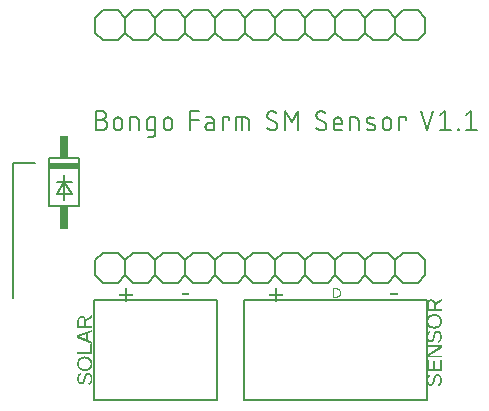
<source format=gbr>
G04 EAGLE Gerber RS-274X export*
G75*
%MOMM*%
%FSLAX34Y34*%
%LPD*%
%INSilkscreen Top*%
%IPPOS*%
%AMOC8*
5,1,8,0,0,1.08239X$1,22.5*%
G01*
G04 Define Apertures*
%ADD10C,0.152400*%
%ADD11R,2.540000X0.508000*%
%ADD12R,0.762000X1.905000*%
G36*
X90782Y83659D02*
X95984Y83659D01*
X95984Y85450D01*
X90782Y85450D01*
X90782Y90701D01*
X88978Y90701D01*
X88978Y85450D01*
X83777Y85450D01*
X83777Y83659D01*
X88978Y83659D01*
X88978Y78408D01*
X90782Y78408D01*
X90782Y83659D01*
G37*
G36*
X143140Y86395D02*
X137006Y86395D01*
X137006Y84432D01*
X143140Y84432D01*
X143140Y86395D01*
G37*
G36*
X217782Y83659D02*
X222984Y83659D01*
X222984Y85450D01*
X217782Y85450D01*
X217782Y90701D01*
X215978Y90701D01*
X215978Y85450D01*
X210777Y85450D01*
X210777Y83659D01*
X215978Y83659D01*
X215978Y78408D01*
X217782Y78408D01*
X217782Y83659D01*
G37*
G36*
X268333Y82558D02*
X268606Y82580D01*
X268871Y82619D01*
X269127Y82672D01*
X269375Y82740D01*
X269614Y82824D01*
X269845Y82923D01*
X270068Y83037D01*
X270280Y83166D01*
X270480Y83308D01*
X270667Y83463D01*
X270842Y83631D01*
X271005Y83814D01*
X271155Y84009D01*
X271292Y84218D01*
X271418Y84440D01*
X271529Y84674D01*
X271626Y84917D01*
X271708Y85170D01*
X271775Y85432D01*
X271827Y85704D01*
X271864Y85985D01*
X271886Y86276D01*
X271894Y86576D01*
X271877Y87027D01*
X271825Y87450D01*
X271740Y87847D01*
X271621Y88218D01*
X271468Y88562D01*
X271281Y88880D01*
X271060Y89171D01*
X270804Y89435D01*
X270518Y89671D01*
X270203Y89875D01*
X269859Y90048D01*
X269486Y90189D01*
X269085Y90299D01*
X268656Y90378D01*
X268197Y90425D01*
X267710Y90440D01*
X265101Y90440D01*
X265101Y82550D01*
X268052Y82550D01*
X268333Y82558D01*
G37*
%LPC*%
G36*
X266170Y83407D02*
X266170Y89584D01*
X267688Y89584D01*
X268058Y89572D01*
X268405Y89535D01*
X268729Y89475D01*
X269031Y89391D01*
X269311Y89283D01*
X269568Y89150D01*
X269803Y88994D01*
X270015Y88814D01*
X270203Y88610D01*
X270366Y88385D01*
X270504Y88138D01*
X270617Y87869D01*
X270705Y87579D01*
X270768Y87266D01*
X270806Y86932D01*
X270818Y86576D01*
X270796Y86105D01*
X270730Y85666D01*
X270620Y85260D01*
X270466Y84885D01*
X270270Y84548D01*
X270036Y84252D01*
X269765Y83999D01*
X269455Y83788D01*
X269113Y83621D01*
X268744Y83502D01*
X268350Y83431D01*
X267929Y83407D01*
X266170Y83407D01*
G37*
%LPD*%
G36*
X319670Y86395D02*
X313536Y86395D01*
X313536Y84432D01*
X319670Y84432D01*
X319670Y86395D01*
G37*
G36*
X351121Y56335D02*
X351585Y56369D01*
X352033Y56426D01*
X352466Y56506D01*
X352883Y56608D01*
X353286Y56733D01*
X353673Y56881D01*
X354045Y57051D01*
X354399Y57243D01*
X354732Y57455D01*
X355042Y57688D01*
X355332Y57941D01*
X355600Y58214D01*
X355846Y58508D01*
X356071Y58823D01*
X356274Y59157D01*
X356455Y59510D01*
X356612Y59880D01*
X356744Y60265D01*
X356853Y60667D01*
X356937Y61085D01*
X356997Y61520D01*
X357033Y61970D01*
X357045Y62437D01*
X357033Y62900D01*
X356996Y63348D01*
X356936Y63780D01*
X356850Y64196D01*
X356741Y64596D01*
X356607Y64981D01*
X356448Y65351D01*
X356266Y65704D01*
X356060Y66040D01*
X355834Y66356D01*
X355586Y66652D01*
X355318Y66927D01*
X355028Y67183D01*
X354717Y67418D01*
X354385Y67633D01*
X354032Y67828D01*
X353661Y68002D01*
X353275Y68152D01*
X352874Y68279D01*
X352458Y68383D01*
X352027Y68464D01*
X351580Y68522D01*
X351119Y68557D01*
X350643Y68568D01*
X350165Y68557D01*
X349703Y68523D01*
X349257Y68466D01*
X348827Y68386D01*
X348414Y68283D01*
X348017Y68157D01*
X347636Y68008D01*
X347271Y67837D01*
X346924Y67644D01*
X346599Y67431D01*
X346295Y67197D01*
X346013Y66943D01*
X345751Y66668D01*
X345511Y66373D01*
X345292Y66058D01*
X345094Y65722D01*
X344919Y65368D01*
X344767Y64999D01*
X344638Y64614D01*
X344533Y64213D01*
X344451Y63797D01*
X344392Y63365D01*
X344357Y62918D01*
X344345Y62455D01*
X344352Y62099D01*
X344371Y61752D01*
X344404Y61416D01*
X344450Y61089D01*
X344508Y60773D01*
X344580Y60466D01*
X344665Y60169D01*
X344762Y59882D01*
X344873Y59605D01*
X344997Y59338D01*
X345134Y59081D01*
X345284Y58834D01*
X345447Y58597D01*
X345623Y58369D01*
X346014Y57944D01*
X346451Y57565D01*
X346929Y57235D01*
X347183Y57090D01*
X347447Y56957D01*
X347721Y56837D01*
X348005Y56729D01*
X348300Y56634D01*
X348604Y56552D01*
X348919Y56482D01*
X349243Y56425D01*
X349578Y56381D01*
X349923Y56349D01*
X350278Y56330D01*
X350643Y56324D01*
X351121Y56335D01*
G37*
%LPC*%
G36*
X350074Y58041D02*
X349539Y58095D01*
X349035Y58186D01*
X348565Y58312D01*
X348127Y58475D01*
X347721Y58673D01*
X347348Y58908D01*
X347008Y59179D01*
X346704Y59483D01*
X346441Y59818D01*
X346218Y60182D01*
X346036Y60576D01*
X345894Y61001D01*
X345793Y61455D01*
X345732Y61940D01*
X345712Y62455D01*
X345732Y62966D01*
X345794Y63447D01*
X345896Y63898D01*
X346040Y64319D01*
X346225Y64711D01*
X346451Y65073D01*
X346718Y65406D01*
X347025Y65709D01*
X347369Y65979D01*
X347744Y66213D01*
X348150Y66411D01*
X348587Y66573D01*
X349054Y66699D01*
X349553Y66788D01*
X350082Y66842D01*
X350643Y66860D01*
X351228Y66843D01*
X351779Y66789D01*
X352296Y66700D01*
X352779Y66575D01*
X353228Y66414D01*
X353642Y66218D01*
X354023Y65985D01*
X354369Y65717D01*
X354678Y65416D01*
X354946Y65084D01*
X355173Y64720D01*
X355358Y64326D01*
X355502Y63900D01*
X355605Y63444D01*
X355667Y62956D01*
X355688Y62437D01*
X355666Y61933D01*
X355603Y61456D01*
X355496Y61008D01*
X355347Y60588D01*
X355156Y60197D01*
X354922Y59834D01*
X354645Y59499D01*
X354326Y59192D01*
X353970Y58918D01*
X353585Y58681D01*
X353169Y58480D01*
X352724Y58315D01*
X352249Y58188D01*
X351743Y58096D01*
X351208Y58041D01*
X350643Y58023D01*
X350074Y58041D01*
G37*
%LPD*%
G36*
X356870Y72556D02*
X351746Y72556D01*
X351746Y76401D01*
X356870Y79607D01*
X356870Y81534D01*
X353817Y79522D01*
X351554Y78030D01*
X351481Y78373D01*
X351388Y78697D01*
X351272Y79002D01*
X351135Y79288D01*
X351043Y79444D01*
X350977Y79555D01*
X350797Y79803D01*
X350595Y80032D01*
X350371Y80242D01*
X350130Y80430D01*
X349875Y80592D01*
X349607Y80730D01*
X349325Y80843D01*
X349029Y80931D01*
X348719Y80993D01*
X348396Y81031D01*
X348059Y81043D01*
X347654Y81026D01*
X347273Y80972D01*
X346914Y80884D01*
X346578Y80760D01*
X346264Y80600D01*
X345974Y80405D01*
X345707Y80175D01*
X345462Y79909D01*
X345243Y79611D01*
X345054Y79282D01*
X344894Y78925D01*
X344762Y78537D01*
X344660Y78120D01*
X344588Y77673D01*
X344544Y77197D01*
X344529Y76690D01*
X344529Y70883D01*
X356870Y70883D01*
X356870Y72556D01*
G37*
%LPC*%
G36*
X345869Y72556D02*
X345869Y76524D01*
X345878Y76858D01*
X345905Y77171D01*
X345949Y77465D01*
X346011Y77738D01*
X346090Y77991D01*
X346187Y78224D01*
X346302Y78437D01*
X346434Y78630D01*
X346583Y78802D01*
X346749Y78950D01*
X346930Y79076D01*
X347127Y79179D01*
X347341Y79259D01*
X347570Y79316D01*
X347815Y79350D01*
X348076Y79362D01*
X348347Y79350D01*
X348602Y79316D01*
X348841Y79260D01*
X349065Y79181D01*
X349274Y79079D01*
X349467Y78955D01*
X349644Y78808D01*
X349806Y78639D01*
X349951Y78449D01*
X350076Y78240D01*
X350183Y78013D01*
X350269Y77766D01*
X350337Y77501D01*
X350385Y77218D01*
X350414Y76915D01*
X350424Y76594D01*
X350424Y72556D01*
X345869Y72556D01*
G37*
%LPD*%
G36*
X356870Y33497D02*
X348672Y33497D01*
X347209Y33453D01*
X346360Y33410D01*
X356870Y40014D01*
X356870Y42028D01*
X344529Y42028D01*
X344529Y40522D01*
X352622Y40522D01*
X353629Y40548D01*
X355110Y40627D01*
X344529Y33953D01*
X344529Y32008D01*
X356870Y32008D01*
X356870Y33497D01*
G37*
G36*
X356870Y29762D02*
X355504Y29762D01*
X355504Y21712D01*
X351203Y21712D01*
X351203Y28877D01*
X349854Y28877D01*
X349854Y21712D01*
X345896Y21712D01*
X345896Y29402D01*
X344529Y29402D01*
X344529Y20040D01*
X356870Y20040D01*
X356870Y29762D01*
G37*
G36*
X354289Y7519D02*
X354645Y7653D01*
X354975Y7817D01*
X355281Y8010D01*
X355563Y8233D01*
X355820Y8486D01*
X356053Y8768D01*
X356261Y9080D01*
X356445Y9422D01*
X356604Y9793D01*
X356739Y10194D01*
X356849Y10624D01*
X356935Y11085D01*
X356996Y11574D01*
X357033Y12094D01*
X357045Y12643D01*
X357031Y13232D01*
X356987Y13788D01*
X356913Y14309D01*
X356811Y14796D01*
X356679Y15249D01*
X356518Y15669D01*
X356328Y16054D01*
X356108Y16405D01*
X355862Y16718D01*
X355591Y16989D01*
X355297Y17218D01*
X354978Y17406D01*
X354636Y17552D01*
X354269Y17657D01*
X353878Y17719D01*
X353463Y17740D01*
X353137Y17728D01*
X352832Y17693D01*
X352550Y17634D01*
X352289Y17552D01*
X352048Y17449D01*
X351823Y17327D01*
X351614Y17188D01*
X351422Y17031D01*
X351245Y16857D01*
X351083Y16668D01*
X350934Y16465D01*
X350800Y16247D01*
X350563Y15779D01*
X350358Y15279D01*
X350183Y14750D01*
X350034Y14197D01*
X349767Y13063D01*
X349586Y12284D01*
X349420Y11646D01*
X349268Y11150D01*
X349132Y10795D01*
X348996Y10527D01*
X348845Y10292D01*
X348680Y10091D01*
X348501Y9923D01*
X348303Y9791D01*
X348080Y9697D01*
X347832Y9640D01*
X347560Y9621D01*
X347324Y9633D01*
X347104Y9670D01*
X346898Y9731D01*
X346708Y9816D01*
X346533Y9926D01*
X346372Y10060D01*
X346227Y10218D01*
X346097Y10401D01*
X345982Y10606D01*
X345882Y10834D01*
X345798Y11084D01*
X345729Y11355D01*
X345676Y11649D01*
X345637Y11964D01*
X345614Y12301D01*
X345607Y12660D01*
X345613Y12988D01*
X345634Y13298D01*
X345669Y13589D01*
X345717Y13862D01*
X345779Y14117D01*
X345855Y14353D01*
X345945Y14571D01*
X346049Y14771D01*
X346168Y14954D01*
X346304Y15121D01*
X346456Y15274D01*
X346626Y15410D01*
X346812Y15532D01*
X347015Y15638D01*
X347235Y15729D01*
X347472Y15805D01*
X347183Y17451D01*
X346810Y17329D01*
X346465Y17186D01*
X346148Y17023D01*
X345859Y16838D01*
X345599Y16633D01*
X345368Y16407D01*
X345164Y16160D01*
X344989Y15892D01*
X344838Y15599D01*
X344707Y15274D01*
X344597Y14919D01*
X344506Y14532D01*
X344436Y14115D01*
X344386Y13667D01*
X344355Y13188D01*
X344345Y12678D01*
X344359Y12129D01*
X344399Y11613D01*
X344466Y11130D01*
X344560Y10680D01*
X344681Y10262D01*
X344828Y9877D01*
X345002Y9525D01*
X345204Y9205D01*
X345430Y8921D01*
X345678Y8674D01*
X345950Y8466D01*
X346244Y8295D01*
X346561Y8163D01*
X346900Y8068D01*
X347262Y8011D01*
X347647Y7992D01*
X347983Y8006D01*
X348300Y8050D01*
X348596Y8123D01*
X348873Y8224D01*
X349132Y8353D01*
X349374Y8508D01*
X349599Y8688D01*
X349806Y8894D01*
X350001Y9133D01*
X350186Y9412D01*
X350362Y9731D01*
X350529Y10090D01*
X350691Y10513D01*
X350853Y11024D01*
X351015Y11623D01*
X351177Y12310D01*
X351536Y13843D01*
X351624Y14177D01*
X351722Y14486D01*
X351830Y14772D01*
X351948Y15034D01*
X352079Y15270D01*
X352226Y15477D01*
X352389Y15657D01*
X352570Y15809D01*
X352772Y15930D01*
X353003Y16016D01*
X353263Y16068D01*
X353551Y16085D01*
X353812Y16071D01*
X354057Y16030D01*
X354285Y15961D01*
X354498Y15865D01*
X354694Y15741D01*
X354873Y15590D01*
X355037Y15411D01*
X355184Y15205D01*
X355314Y14973D01*
X355427Y14718D01*
X355523Y14440D01*
X355601Y14139D01*
X355662Y13815D01*
X355705Y13468D01*
X355731Y13098D01*
X355740Y12704D01*
X355732Y12322D01*
X355708Y11961D01*
X355667Y11621D01*
X355610Y11301D01*
X355537Y11001D01*
X355447Y10722D01*
X355341Y10463D01*
X355219Y10225D01*
X355080Y10008D01*
X354922Y9809D01*
X354745Y9631D01*
X354550Y9472D01*
X354337Y9333D01*
X354105Y9214D01*
X353854Y9114D01*
X353586Y9034D01*
X353910Y7414D01*
X354289Y7519D01*
G37*
G36*
X354289Y44425D02*
X354645Y44559D01*
X354975Y44723D01*
X355281Y44916D01*
X355563Y45139D01*
X355820Y45392D01*
X356053Y45674D01*
X356261Y45986D01*
X356445Y46328D01*
X356604Y46699D01*
X356739Y47100D01*
X356849Y47531D01*
X356935Y47991D01*
X356996Y48481D01*
X357033Y49000D01*
X357045Y49549D01*
X357031Y50139D01*
X356987Y50694D01*
X356913Y51215D01*
X356811Y51703D01*
X356679Y52156D01*
X356518Y52575D01*
X356328Y52960D01*
X356108Y53311D01*
X355862Y53624D01*
X355591Y53895D01*
X355297Y54125D01*
X354978Y54313D01*
X354636Y54459D01*
X354269Y54563D01*
X353878Y54626D01*
X353463Y54646D01*
X353137Y54635D01*
X352832Y54599D01*
X352550Y54541D01*
X352289Y54458D01*
X352048Y54355D01*
X351823Y54234D01*
X351614Y54094D01*
X351422Y53937D01*
X351245Y53763D01*
X351083Y53575D01*
X350934Y53371D01*
X350800Y53153D01*
X350563Y52686D01*
X350358Y52185D01*
X350183Y51657D01*
X350034Y51104D01*
X349767Y49969D01*
X349586Y49190D01*
X349420Y48553D01*
X349268Y48056D01*
X349132Y47701D01*
X348996Y47433D01*
X348845Y47198D01*
X348680Y46997D01*
X348501Y46829D01*
X348303Y46697D01*
X348080Y46603D01*
X347832Y46546D01*
X347560Y46527D01*
X347324Y46540D01*
X347104Y46576D01*
X346898Y46637D01*
X346708Y46722D01*
X346533Y46832D01*
X346372Y46966D01*
X346227Y47124D01*
X346097Y47307D01*
X345982Y47513D01*
X345882Y47740D01*
X345798Y47990D01*
X345729Y48262D01*
X345676Y48555D01*
X345637Y48870D01*
X345614Y49207D01*
X345607Y49567D01*
X345613Y49895D01*
X345634Y50204D01*
X345669Y50496D01*
X345717Y50769D01*
X345779Y51023D01*
X345855Y51260D01*
X345945Y51478D01*
X346049Y51677D01*
X346168Y51860D01*
X346304Y52028D01*
X346456Y52180D01*
X346626Y52317D01*
X346812Y52438D01*
X347015Y52544D01*
X347235Y52635D01*
X347472Y52711D01*
X347183Y54357D01*
X346810Y54235D01*
X346465Y54093D01*
X346148Y53929D01*
X345859Y53744D01*
X345599Y53539D01*
X345368Y53313D01*
X345164Y53066D01*
X344989Y52798D01*
X344838Y52505D01*
X344707Y52180D01*
X344597Y51825D01*
X344506Y51439D01*
X344436Y51021D01*
X344386Y50573D01*
X344355Y50094D01*
X344345Y49584D01*
X344359Y49035D01*
X344399Y48520D01*
X344466Y48036D01*
X344560Y47586D01*
X344681Y47168D01*
X344828Y46783D01*
X345002Y46431D01*
X345204Y46111D01*
X345430Y45827D01*
X345678Y45581D01*
X345950Y45372D01*
X346244Y45201D01*
X346561Y45069D01*
X346900Y44974D01*
X347262Y44917D01*
X347647Y44898D01*
X347983Y44913D01*
X348300Y44956D01*
X348596Y45029D01*
X348873Y45130D01*
X349132Y45259D01*
X349374Y45414D01*
X349599Y45594D01*
X349806Y45800D01*
X350001Y46039D01*
X350186Y46318D01*
X350362Y46637D01*
X350529Y46996D01*
X350691Y47419D01*
X350853Y47930D01*
X351015Y48529D01*
X351177Y49216D01*
X351536Y50749D01*
X351624Y51083D01*
X351722Y51393D01*
X351830Y51678D01*
X351948Y51940D01*
X352079Y52176D01*
X352226Y52384D01*
X352389Y52563D01*
X352570Y52715D01*
X352772Y52836D01*
X353003Y52922D01*
X353263Y52974D01*
X353551Y52991D01*
X353812Y52977D01*
X354057Y52936D01*
X354285Y52867D01*
X354498Y52771D01*
X354694Y52647D01*
X354873Y52496D01*
X355037Y52317D01*
X355184Y52111D01*
X355314Y51879D01*
X355427Y51625D01*
X355523Y51347D01*
X355601Y51046D01*
X355662Y50722D01*
X355705Y50374D01*
X355731Y50004D01*
X355740Y49610D01*
X355732Y49229D01*
X355708Y48867D01*
X355667Y48527D01*
X355610Y48207D01*
X355537Y47907D01*
X355447Y47628D01*
X355341Y47370D01*
X355219Y47132D01*
X355080Y46914D01*
X354922Y46716D01*
X354745Y46537D01*
X354550Y46378D01*
X354337Y46239D01*
X354105Y46120D01*
X353854Y46020D01*
X353586Y45941D01*
X353910Y44320D01*
X354289Y44425D01*
G37*
G36*
X55211Y20483D02*
X55675Y20518D01*
X56123Y20574D01*
X56556Y20654D01*
X56973Y20756D01*
X57376Y20881D01*
X57763Y21029D01*
X58135Y21199D01*
X58489Y21391D01*
X58822Y21603D01*
X59132Y21836D01*
X59422Y22089D01*
X59690Y22363D01*
X59936Y22657D01*
X60161Y22971D01*
X60364Y23305D01*
X60545Y23658D01*
X60702Y24028D01*
X60834Y24413D01*
X60943Y24815D01*
X61027Y25233D01*
X61087Y25668D01*
X61123Y26119D01*
X61135Y26586D01*
X61123Y27049D01*
X61086Y27496D01*
X61026Y27928D01*
X60940Y28344D01*
X60831Y28744D01*
X60697Y29129D01*
X60538Y29499D01*
X60356Y29852D01*
X60150Y30188D01*
X59924Y30504D01*
X59676Y30800D01*
X59408Y31075D01*
X59118Y31331D01*
X58807Y31566D01*
X58475Y31781D01*
X58122Y31976D01*
X57751Y32150D01*
X57365Y32300D01*
X56964Y32427D01*
X56548Y32532D01*
X56117Y32612D01*
X55670Y32670D01*
X55209Y32705D01*
X54733Y32717D01*
X54255Y32705D01*
X53793Y32671D01*
X53347Y32614D01*
X52917Y32534D01*
X52504Y32431D01*
X52107Y32305D01*
X51726Y32157D01*
X51361Y31985D01*
X51014Y31792D01*
X50689Y31579D01*
X50385Y31345D01*
X50103Y31091D01*
X49841Y30816D01*
X49601Y30521D01*
X49382Y30206D01*
X49184Y29870D01*
X49009Y29516D01*
X48857Y29147D01*
X48728Y28762D01*
X48623Y28361D01*
X48541Y27945D01*
X48482Y27513D01*
X48447Y27066D01*
X48435Y26603D01*
X48442Y26247D01*
X48461Y25900D01*
X48494Y25564D01*
X48540Y25237D01*
X48598Y24921D01*
X48670Y24614D01*
X48755Y24317D01*
X48852Y24030D01*
X48963Y23753D01*
X49087Y23486D01*
X49224Y23229D01*
X49374Y22982D01*
X49537Y22745D01*
X49713Y22517D01*
X50104Y22092D01*
X50541Y21713D01*
X51019Y21384D01*
X51273Y21238D01*
X51537Y21105D01*
X51811Y20985D01*
X52095Y20877D01*
X52390Y20782D01*
X52694Y20700D01*
X53009Y20630D01*
X53333Y20573D01*
X53668Y20529D01*
X54013Y20497D01*
X54368Y20478D01*
X54733Y20472D01*
X55211Y20483D01*
G37*
%LPC*%
G36*
X54164Y22189D02*
X53629Y22243D01*
X53125Y22334D01*
X52655Y22460D01*
X52217Y22623D01*
X51811Y22822D01*
X51438Y23056D01*
X51098Y23327D01*
X50794Y23631D01*
X50531Y23966D01*
X50308Y24330D01*
X50126Y24724D01*
X49984Y25149D01*
X49883Y25603D01*
X49822Y26088D01*
X49802Y26603D01*
X49822Y27114D01*
X49884Y27595D01*
X49986Y28046D01*
X50130Y28468D01*
X50315Y28859D01*
X50541Y29222D01*
X50808Y29554D01*
X51115Y29857D01*
X51459Y30127D01*
X51834Y30361D01*
X52240Y30559D01*
X52677Y30721D01*
X53144Y30847D01*
X53643Y30937D01*
X54172Y30991D01*
X54733Y31009D01*
X55318Y30991D01*
X55869Y30937D01*
X56386Y30848D01*
X56869Y30723D01*
X57318Y30562D01*
X57732Y30366D01*
X58113Y30134D01*
X58459Y29866D01*
X58768Y29564D01*
X59036Y29232D01*
X59263Y28869D01*
X59448Y28474D01*
X59592Y28049D01*
X59695Y27592D01*
X59757Y27104D01*
X59778Y26586D01*
X59756Y26081D01*
X59693Y25604D01*
X59586Y25156D01*
X59437Y24736D01*
X59246Y24345D01*
X59012Y23982D01*
X58735Y23647D01*
X58416Y23341D01*
X58060Y23066D01*
X57675Y22829D01*
X57259Y22628D01*
X56814Y22464D01*
X56339Y22336D01*
X55833Y22244D01*
X55298Y22190D01*
X54733Y22171D01*
X54164Y22189D01*
G37*
%LPD*%
G36*
X60960Y58642D02*
X55836Y58642D01*
X55836Y62487D01*
X60960Y65692D01*
X60960Y67619D01*
X57907Y65607D01*
X55644Y64116D01*
X55571Y64459D01*
X55478Y64783D01*
X55362Y65088D01*
X55225Y65374D01*
X55133Y65530D01*
X55067Y65641D01*
X54887Y65889D01*
X54685Y66118D01*
X54461Y66327D01*
X54220Y66515D01*
X53965Y66678D01*
X53697Y66816D01*
X53415Y66928D01*
X53119Y67016D01*
X52809Y67079D01*
X52486Y67116D01*
X52149Y67129D01*
X51744Y67111D01*
X51363Y67058D01*
X51004Y66969D01*
X50668Y66845D01*
X50354Y66686D01*
X50064Y66491D01*
X49797Y66260D01*
X49552Y65995D01*
X49333Y65696D01*
X49144Y65368D01*
X48984Y65010D01*
X48852Y64623D01*
X48750Y64206D01*
X48678Y63759D01*
X48634Y63282D01*
X48619Y62776D01*
X48619Y56969D01*
X60960Y56969D01*
X60960Y58642D01*
G37*
%LPC*%
G36*
X49959Y58642D02*
X49959Y62609D01*
X49968Y62943D01*
X49995Y63257D01*
X50039Y63550D01*
X50101Y63824D01*
X50180Y64077D01*
X50277Y64310D01*
X50392Y64523D01*
X50524Y64716D01*
X50673Y64887D01*
X50839Y65036D01*
X51020Y65162D01*
X51217Y65264D01*
X51431Y65344D01*
X51660Y65401D01*
X51905Y65436D01*
X52166Y65447D01*
X52437Y65436D01*
X52692Y65402D01*
X52931Y65346D01*
X53155Y65267D01*
X53364Y65165D01*
X53557Y65041D01*
X53734Y64894D01*
X53896Y64725D01*
X54041Y64535D01*
X54166Y64326D01*
X54273Y64098D01*
X54359Y63852D01*
X54427Y63587D01*
X54475Y63303D01*
X54504Y63001D01*
X54514Y62680D01*
X54514Y58642D01*
X49959Y58642D01*
G37*
%LPD*%
G36*
X60960Y45298D02*
X57352Y46717D01*
X57352Y52340D01*
X60960Y53750D01*
X60960Y55458D01*
X48619Y50501D01*
X48619Y48600D01*
X60960Y43564D01*
X60960Y45298D01*
G37*
%LPC*%
G36*
X51991Y48801D02*
X50956Y49178D01*
X50126Y49450D01*
X49880Y49528D01*
X50607Y49765D01*
X51330Y50010D01*
X51974Y50255D01*
X56046Y51841D01*
X56046Y47225D01*
X51991Y48801D01*
G37*
%LPD*%
G36*
X58379Y8573D02*
X58735Y8707D01*
X59065Y8871D01*
X59371Y9064D01*
X59653Y9288D01*
X59910Y9540D01*
X60143Y9823D01*
X60351Y10135D01*
X60535Y10476D01*
X60694Y10847D01*
X60829Y11248D01*
X60939Y11679D01*
X61025Y12139D01*
X61086Y12629D01*
X61123Y13148D01*
X61135Y13697D01*
X61121Y14287D01*
X61077Y14842D01*
X61003Y15363D01*
X60901Y15851D01*
X60769Y16304D01*
X60608Y16723D01*
X60418Y17108D01*
X60198Y17459D01*
X59952Y17772D01*
X59681Y18043D01*
X59387Y18273D01*
X59068Y18461D01*
X58726Y18607D01*
X58359Y18711D01*
X57968Y18774D01*
X57553Y18795D01*
X57227Y18783D01*
X56922Y18748D01*
X56640Y18689D01*
X56379Y18606D01*
X56138Y18503D01*
X55913Y18382D01*
X55704Y18243D01*
X55512Y18085D01*
X55335Y17911D01*
X55173Y17723D01*
X55024Y17519D01*
X54890Y17301D01*
X54653Y16834D01*
X54448Y16333D01*
X54273Y15805D01*
X54124Y15252D01*
X53857Y14118D01*
X53676Y13339D01*
X53510Y12701D01*
X53358Y12204D01*
X53222Y11849D01*
X53086Y11581D01*
X52935Y11347D01*
X52770Y11145D01*
X52591Y10978D01*
X52393Y10845D01*
X52170Y10751D01*
X51922Y10694D01*
X51650Y10675D01*
X51414Y10688D01*
X51194Y10724D01*
X50988Y10785D01*
X50798Y10870D01*
X50623Y10980D01*
X50462Y11114D01*
X50317Y11272D01*
X50187Y11455D01*
X50072Y11661D01*
X49972Y11889D01*
X49888Y12138D01*
X49819Y12410D01*
X49766Y12703D01*
X49727Y13018D01*
X49704Y13356D01*
X49697Y13715D01*
X49703Y14043D01*
X49724Y14352D01*
X49759Y14644D01*
X49807Y14917D01*
X49869Y15171D01*
X49945Y15408D01*
X50035Y15626D01*
X50139Y15825D01*
X50258Y16008D01*
X50394Y16176D01*
X50546Y16328D01*
X50716Y16465D01*
X50902Y16586D01*
X51105Y16693D01*
X51325Y16783D01*
X51562Y16859D01*
X51273Y18506D01*
X50900Y18384D01*
X50555Y18241D01*
X50238Y18077D01*
X49949Y17892D01*
X49689Y17687D01*
X49458Y17461D01*
X49254Y17214D01*
X49079Y16947D01*
X48928Y16653D01*
X48797Y16329D01*
X48687Y15973D01*
X48596Y15587D01*
X48526Y15170D01*
X48476Y14721D01*
X48445Y14242D01*
X48435Y13732D01*
X48449Y13184D01*
X48489Y12668D01*
X48556Y12185D01*
X48650Y11734D01*
X48771Y11316D01*
X48918Y10931D01*
X49092Y10579D01*
X49294Y10259D01*
X49520Y9975D01*
X49768Y9729D01*
X50040Y9520D01*
X50334Y9350D01*
X50651Y9217D01*
X50990Y9122D01*
X51352Y9065D01*
X51737Y9046D01*
X52073Y9061D01*
X52390Y9104D01*
X52686Y9177D01*
X52963Y9278D01*
X53222Y9407D01*
X53464Y9562D01*
X53689Y9742D01*
X53896Y9948D01*
X54091Y10187D01*
X54276Y10466D01*
X54452Y10785D01*
X54619Y11144D01*
X54781Y11567D01*
X54943Y12078D01*
X55105Y12677D01*
X55267Y13364D01*
X55626Y14897D01*
X55714Y15231D01*
X55812Y15541D01*
X55920Y15827D01*
X56038Y16088D01*
X56169Y16324D01*
X56316Y16532D01*
X56479Y16711D01*
X56660Y16863D01*
X56862Y16984D01*
X57093Y17070D01*
X57353Y17122D01*
X57641Y17139D01*
X57902Y17126D01*
X58147Y17084D01*
X58375Y17015D01*
X58588Y16919D01*
X58784Y16795D01*
X58963Y16644D01*
X59127Y16465D01*
X59274Y16259D01*
X59404Y16027D01*
X59517Y15773D01*
X59613Y15495D01*
X59691Y15194D01*
X59752Y14870D01*
X59795Y14522D01*
X59821Y14152D01*
X59830Y13758D01*
X59822Y13377D01*
X59798Y13016D01*
X59757Y12675D01*
X59700Y12355D01*
X59627Y12055D01*
X59537Y11776D01*
X59431Y11518D01*
X59309Y11280D01*
X59170Y11062D01*
X59012Y10864D01*
X58835Y10685D01*
X58640Y10527D01*
X58427Y10388D01*
X58195Y10268D01*
X57944Y10169D01*
X57676Y10089D01*
X58000Y8468D01*
X58379Y8573D01*
G37*
G36*
X60960Y42940D02*
X59594Y42940D01*
X59594Y36704D01*
X48619Y36704D01*
X48619Y35031D01*
X60960Y35031D01*
X60960Y42940D01*
G37*
D10*
X-6350Y196850D02*
X12700Y196850D01*
X-6350Y196850D02*
X-6350Y82550D01*
X64622Y233313D02*
X69138Y233313D01*
X69138Y233314D02*
X69271Y233312D01*
X69403Y233306D01*
X69535Y233296D01*
X69667Y233283D01*
X69799Y233265D01*
X69929Y233244D01*
X70060Y233219D01*
X70189Y233190D01*
X70317Y233157D01*
X70445Y233121D01*
X70571Y233081D01*
X70696Y233037D01*
X70820Y232989D01*
X70942Y232938D01*
X71063Y232883D01*
X71182Y232825D01*
X71300Y232763D01*
X71415Y232698D01*
X71529Y232629D01*
X71640Y232558D01*
X71749Y232482D01*
X71856Y232404D01*
X71961Y232323D01*
X72063Y232238D01*
X72163Y232151D01*
X72260Y232061D01*
X72355Y231968D01*
X72446Y231872D01*
X72535Y231774D01*
X72621Y231673D01*
X72704Y231569D01*
X72784Y231463D01*
X72860Y231355D01*
X72934Y231245D01*
X73004Y231132D01*
X73071Y231018D01*
X73134Y230901D01*
X73194Y230783D01*
X73251Y230663D01*
X73304Y230541D01*
X73353Y230418D01*
X73399Y230294D01*
X73441Y230168D01*
X73479Y230041D01*
X73514Y229913D01*
X73545Y229784D01*
X73572Y229655D01*
X73595Y229524D01*
X73615Y229393D01*
X73630Y229261D01*
X73642Y229129D01*
X73650Y228997D01*
X73654Y228864D01*
X73654Y228732D01*
X73650Y228599D01*
X73642Y228467D01*
X73630Y228335D01*
X73615Y228203D01*
X73595Y228072D01*
X73572Y227941D01*
X73545Y227812D01*
X73514Y227683D01*
X73479Y227555D01*
X73441Y227428D01*
X73399Y227302D01*
X73353Y227178D01*
X73304Y227055D01*
X73251Y226933D01*
X73194Y226813D01*
X73134Y226695D01*
X73071Y226578D01*
X73004Y226464D01*
X72934Y226351D01*
X72860Y226241D01*
X72784Y226133D01*
X72704Y226027D01*
X72621Y225923D01*
X72535Y225822D01*
X72446Y225724D01*
X72355Y225628D01*
X72260Y225535D01*
X72163Y225445D01*
X72063Y225358D01*
X71961Y225273D01*
X71856Y225192D01*
X71749Y225114D01*
X71640Y225038D01*
X71529Y224967D01*
X71415Y224898D01*
X71300Y224833D01*
X71182Y224771D01*
X71063Y224713D01*
X70942Y224658D01*
X70820Y224607D01*
X70696Y224559D01*
X70571Y224515D01*
X70445Y224475D01*
X70317Y224439D01*
X70189Y224406D01*
X70060Y224377D01*
X69929Y224352D01*
X69799Y224331D01*
X69667Y224313D01*
X69535Y224300D01*
X69403Y224290D01*
X69271Y224284D01*
X69138Y224282D01*
X64622Y224282D01*
X64622Y240538D01*
X69138Y240538D01*
X69257Y240536D01*
X69377Y240530D01*
X69496Y240520D01*
X69614Y240506D01*
X69733Y240489D01*
X69850Y240467D01*
X69967Y240442D01*
X70082Y240412D01*
X70197Y240379D01*
X70311Y240342D01*
X70423Y240302D01*
X70534Y240257D01*
X70643Y240209D01*
X70751Y240158D01*
X70857Y240103D01*
X70961Y240044D01*
X71063Y239982D01*
X71163Y239917D01*
X71261Y239848D01*
X71357Y239776D01*
X71450Y239701D01*
X71540Y239624D01*
X71628Y239543D01*
X71713Y239459D01*
X71795Y239372D01*
X71875Y239283D01*
X71951Y239191D01*
X72025Y239097D01*
X72095Y239000D01*
X72162Y238902D01*
X72226Y238801D01*
X72286Y238697D01*
X72343Y238592D01*
X72396Y238485D01*
X72446Y238377D01*
X72492Y238267D01*
X72534Y238155D01*
X72573Y238042D01*
X72608Y237928D01*
X72639Y237813D01*
X72667Y237696D01*
X72690Y237579D01*
X72710Y237462D01*
X72726Y237343D01*
X72738Y237224D01*
X72746Y237105D01*
X72750Y236986D01*
X72750Y236866D01*
X72746Y236747D01*
X72738Y236628D01*
X72726Y236509D01*
X72710Y236390D01*
X72690Y236273D01*
X72667Y236156D01*
X72639Y236039D01*
X72608Y235924D01*
X72573Y235810D01*
X72534Y235697D01*
X72492Y235585D01*
X72446Y235475D01*
X72396Y235367D01*
X72343Y235260D01*
X72286Y235155D01*
X72226Y235051D01*
X72162Y234950D01*
X72095Y234852D01*
X72025Y234755D01*
X71951Y234661D01*
X71875Y234569D01*
X71795Y234480D01*
X71713Y234393D01*
X71628Y234309D01*
X71540Y234228D01*
X71450Y234151D01*
X71357Y234076D01*
X71261Y234004D01*
X71163Y233935D01*
X71063Y233870D01*
X70961Y233808D01*
X70857Y233749D01*
X70751Y233694D01*
X70643Y233643D01*
X70534Y233595D01*
X70423Y233550D01*
X70311Y233510D01*
X70197Y233473D01*
X70082Y233440D01*
X69967Y233410D01*
X69850Y233385D01*
X69733Y233363D01*
X69614Y233346D01*
X69496Y233332D01*
X69377Y233322D01*
X69257Y233316D01*
X69138Y233314D01*
X79383Y231507D02*
X79383Y227894D01*
X79383Y231507D02*
X79385Y231626D01*
X79391Y231746D01*
X79401Y231865D01*
X79415Y231983D01*
X79432Y232102D01*
X79454Y232219D01*
X79479Y232336D01*
X79509Y232451D01*
X79542Y232566D01*
X79579Y232680D01*
X79619Y232792D01*
X79664Y232903D01*
X79712Y233012D01*
X79763Y233120D01*
X79818Y233226D01*
X79877Y233330D01*
X79939Y233432D01*
X80004Y233532D01*
X80073Y233630D01*
X80145Y233726D01*
X80220Y233819D01*
X80297Y233909D01*
X80378Y233997D01*
X80462Y234082D01*
X80549Y234164D01*
X80638Y234244D01*
X80730Y234320D01*
X80824Y234394D01*
X80921Y234464D01*
X81019Y234531D01*
X81120Y234595D01*
X81224Y234655D01*
X81329Y234712D01*
X81436Y234765D01*
X81544Y234815D01*
X81654Y234861D01*
X81766Y234903D01*
X81879Y234942D01*
X81993Y234977D01*
X82108Y235008D01*
X82225Y235036D01*
X82342Y235059D01*
X82459Y235079D01*
X82578Y235095D01*
X82697Y235107D01*
X82816Y235115D01*
X82935Y235119D01*
X83055Y235119D01*
X83174Y235115D01*
X83293Y235107D01*
X83412Y235095D01*
X83531Y235079D01*
X83648Y235059D01*
X83765Y235036D01*
X83882Y235008D01*
X83997Y234977D01*
X84111Y234942D01*
X84224Y234903D01*
X84336Y234861D01*
X84446Y234815D01*
X84554Y234765D01*
X84661Y234712D01*
X84766Y234655D01*
X84870Y234595D01*
X84971Y234531D01*
X85069Y234464D01*
X85166Y234394D01*
X85260Y234320D01*
X85352Y234244D01*
X85441Y234164D01*
X85528Y234082D01*
X85612Y233997D01*
X85693Y233909D01*
X85770Y233819D01*
X85845Y233726D01*
X85917Y233630D01*
X85986Y233532D01*
X86051Y233432D01*
X86113Y233330D01*
X86172Y233226D01*
X86227Y233120D01*
X86278Y233012D01*
X86326Y232903D01*
X86371Y232792D01*
X86411Y232680D01*
X86448Y232566D01*
X86481Y232451D01*
X86511Y232336D01*
X86536Y232219D01*
X86558Y232102D01*
X86575Y231983D01*
X86589Y231865D01*
X86599Y231746D01*
X86605Y231626D01*
X86607Y231507D01*
X86608Y231507D02*
X86608Y227894D01*
X86607Y227894D02*
X86605Y227775D01*
X86599Y227655D01*
X86589Y227536D01*
X86575Y227418D01*
X86558Y227299D01*
X86536Y227182D01*
X86511Y227065D01*
X86481Y226950D01*
X86448Y226835D01*
X86411Y226721D01*
X86371Y226609D01*
X86326Y226498D01*
X86278Y226389D01*
X86227Y226281D01*
X86172Y226175D01*
X86113Y226071D01*
X86051Y225969D01*
X85986Y225869D01*
X85917Y225771D01*
X85845Y225675D01*
X85770Y225582D01*
X85693Y225492D01*
X85612Y225404D01*
X85528Y225319D01*
X85441Y225237D01*
X85352Y225157D01*
X85260Y225081D01*
X85166Y225007D01*
X85069Y224937D01*
X84971Y224870D01*
X84870Y224806D01*
X84766Y224746D01*
X84661Y224689D01*
X84554Y224636D01*
X84446Y224586D01*
X84336Y224540D01*
X84224Y224498D01*
X84111Y224459D01*
X83997Y224424D01*
X83882Y224393D01*
X83765Y224365D01*
X83648Y224342D01*
X83531Y224322D01*
X83412Y224306D01*
X83293Y224294D01*
X83174Y224286D01*
X83055Y224282D01*
X82935Y224282D01*
X82816Y224286D01*
X82697Y224294D01*
X82578Y224306D01*
X82459Y224322D01*
X82342Y224342D01*
X82225Y224365D01*
X82108Y224393D01*
X81993Y224424D01*
X81879Y224459D01*
X81766Y224498D01*
X81654Y224540D01*
X81544Y224586D01*
X81436Y224636D01*
X81329Y224689D01*
X81224Y224746D01*
X81120Y224806D01*
X81019Y224870D01*
X80921Y224937D01*
X80824Y225007D01*
X80730Y225081D01*
X80638Y225157D01*
X80549Y225237D01*
X80462Y225319D01*
X80378Y225404D01*
X80297Y225492D01*
X80220Y225582D01*
X80145Y225675D01*
X80073Y225771D01*
X80004Y225869D01*
X79939Y225969D01*
X79877Y226071D01*
X79818Y226175D01*
X79763Y226281D01*
X79712Y226389D01*
X79664Y226498D01*
X79619Y226609D01*
X79579Y226721D01*
X79542Y226835D01*
X79509Y226950D01*
X79479Y227065D01*
X79454Y227182D01*
X79432Y227299D01*
X79415Y227418D01*
X79401Y227536D01*
X79391Y227655D01*
X79385Y227775D01*
X79383Y227894D01*
X93451Y224282D02*
X93451Y235119D01*
X97966Y235119D01*
X98070Y235117D01*
X98173Y235111D01*
X98277Y235101D01*
X98380Y235087D01*
X98482Y235069D01*
X98583Y235048D01*
X98684Y235022D01*
X98783Y234993D01*
X98882Y234960D01*
X98979Y234923D01*
X99074Y234882D01*
X99168Y234838D01*
X99260Y234790D01*
X99350Y234739D01*
X99439Y234684D01*
X99525Y234626D01*
X99608Y234564D01*
X99690Y234500D01*
X99768Y234432D01*
X99844Y234362D01*
X99918Y234289D01*
X99988Y234212D01*
X100056Y234134D01*
X100120Y234052D01*
X100182Y233969D01*
X100240Y233883D01*
X100295Y233794D01*
X100346Y233704D01*
X100394Y233612D01*
X100438Y233518D01*
X100479Y233423D01*
X100516Y233326D01*
X100549Y233227D01*
X100578Y233128D01*
X100604Y233027D01*
X100625Y232926D01*
X100643Y232824D01*
X100657Y232721D01*
X100667Y232617D01*
X100673Y232514D01*
X100675Y232410D01*
X100676Y232410D02*
X100676Y224282D01*
X110155Y224282D02*
X114670Y224282D01*
X110155Y224282D02*
X110054Y224284D01*
X109953Y224290D01*
X109852Y224299D01*
X109751Y224312D01*
X109651Y224329D01*
X109552Y224350D01*
X109454Y224374D01*
X109357Y224402D01*
X109260Y224434D01*
X109165Y224469D01*
X109072Y224508D01*
X108980Y224550D01*
X108889Y224596D01*
X108801Y224645D01*
X108714Y224697D01*
X108629Y224753D01*
X108546Y224811D01*
X108466Y224873D01*
X108388Y224938D01*
X108312Y225005D01*
X108239Y225075D01*
X108169Y225148D01*
X108102Y225224D01*
X108037Y225302D01*
X107975Y225382D01*
X107917Y225465D01*
X107861Y225550D01*
X107809Y225637D01*
X107760Y225725D01*
X107714Y225816D01*
X107672Y225908D01*
X107633Y226001D01*
X107598Y226096D01*
X107566Y226193D01*
X107538Y226290D01*
X107514Y226388D01*
X107493Y226487D01*
X107476Y226587D01*
X107463Y226688D01*
X107454Y226789D01*
X107448Y226890D01*
X107446Y226991D01*
X107446Y232410D01*
X107448Y232511D01*
X107454Y232612D01*
X107463Y232713D01*
X107476Y232814D01*
X107493Y232914D01*
X107514Y233013D01*
X107538Y233111D01*
X107566Y233208D01*
X107598Y233305D01*
X107633Y233400D01*
X107672Y233493D01*
X107714Y233585D01*
X107760Y233676D01*
X107809Y233765D01*
X107861Y233851D01*
X107917Y233936D01*
X107975Y234019D01*
X108037Y234099D01*
X108102Y234177D01*
X108169Y234253D01*
X108239Y234326D01*
X108312Y234396D01*
X108388Y234463D01*
X108466Y234528D01*
X108546Y234590D01*
X108629Y234648D01*
X108714Y234704D01*
X108801Y234756D01*
X108889Y234805D01*
X108980Y234851D01*
X109072Y234893D01*
X109165Y234932D01*
X109260Y234967D01*
X109357Y234999D01*
X109454Y235027D01*
X109552Y235051D01*
X109651Y235072D01*
X109751Y235089D01*
X109852Y235102D01*
X109953Y235111D01*
X110054Y235117D01*
X110155Y235119D01*
X114670Y235119D01*
X114670Y221573D01*
X114668Y221469D01*
X114662Y221366D01*
X114652Y221262D01*
X114638Y221159D01*
X114620Y221057D01*
X114599Y220956D01*
X114573Y220855D01*
X114544Y220756D01*
X114511Y220657D01*
X114474Y220560D01*
X114433Y220465D01*
X114389Y220371D01*
X114341Y220279D01*
X114290Y220189D01*
X114235Y220100D01*
X114177Y220014D01*
X114115Y219931D01*
X114051Y219849D01*
X113983Y219771D01*
X113913Y219695D01*
X113840Y219621D01*
X113763Y219551D01*
X113685Y219483D01*
X113603Y219419D01*
X113520Y219357D01*
X113434Y219299D01*
X113345Y219244D01*
X113255Y219193D01*
X113163Y219145D01*
X113069Y219101D01*
X112974Y219060D01*
X112877Y219023D01*
X112778Y218990D01*
X112679Y218961D01*
X112578Y218935D01*
X112477Y218914D01*
X112375Y218896D01*
X112272Y218882D01*
X112168Y218872D01*
X112065Y218866D01*
X111961Y218864D01*
X111961Y218863D02*
X108349Y218863D01*
X121587Y227894D02*
X121587Y231507D01*
X121589Y231626D01*
X121595Y231746D01*
X121605Y231865D01*
X121619Y231983D01*
X121636Y232102D01*
X121658Y232219D01*
X121683Y232336D01*
X121713Y232451D01*
X121746Y232566D01*
X121783Y232680D01*
X121823Y232792D01*
X121868Y232903D01*
X121916Y233012D01*
X121967Y233120D01*
X122022Y233226D01*
X122081Y233330D01*
X122143Y233432D01*
X122208Y233532D01*
X122277Y233630D01*
X122349Y233726D01*
X122424Y233819D01*
X122501Y233909D01*
X122582Y233997D01*
X122666Y234082D01*
X122753Y234164D01*
X122842Y234244D01*
X122934Y234320D01*
X123028Y234394D01*
X123125Y234464D01*
X123223Y234531D01*
X123324Y234595D01*
X123428Y234655D01*
X123533Y234712D01*
X123640Y234765D01*
X123748Y234815D01*
X123858Y234861D01*
X123970Y234903D01*
X124083Y234942D01*
X124197Y234977D01*
X124312Y235008D01*
X124429Y235036D01*
X124546Y235059D01*
X124663Y235079D01*
X124782Y235095D01*
X124901Y235107D01*
X125020Y235115D01*
X125139Y235119D01*
X125259Y235119D01*
X125378Y235115D01*
X125497Y235107D01*
X125616Y235095D01*
X125735Y235079D01*
X125852Y235059D01*
X125969Y235036D01*
X126086Y235008D01*
X126201Y234977D01*
X126315Y234942D01*
X126428Y234903D01*
X126540Y234861D01*
X126650Y234815D01*
X126758Y234765D01*
X126865Y234712D01*
X126970Y234655D01*
X127074Y234595D01*
X127175Y234531D01*
X127273Y234464D01*
X127370Y234394D01*
X127464Y234320D01*
X127556Y234244D01*
X127645Y234164D01*
X127732Y234082D01*
X127816Y233997D01*
X127897Y233909D01*
X127974Y233819D01*
X128049Y233726D01*
X128121Y233630D01*
X128190Y233532D01*
X128255Y233432D01*
X128317Y233330D01*
X128376Y233226D01*
X128431Y233120D01*
X128482Y233012D01*
X128530Y232903D01*
X128575Y232792D01*
X128615Y232680D01*
X128652Y232566D01*
X128685Y232451D01*
X128715Y232336D01*
X128740Y232219D01*
X128762Y232102D01*
X128779Y231983D01*
X128793Y231865D01*
X128803Y231746D01*
X128809Y231626D01*
X128811Y231507D01*
X128812Y231507D02*
X128812Y227894D01*
X128811Y227894D02*
X128809Y227775D01*
X128803Y227655D01*
X128793Y227536D01*
X128779Y227418D01*
X128762Y227299D01*
X128740Y227182D01*
X128715Y227065D01*
X128685Y226950D01*
X128652Y226835D01*
X128615Y226721D01*
X128575Y226609D01*
X128530Y226498D01*
X128482Y226389D01*
X128431Y226281D01*
X128376Y226175D01*
X128317Y226071D01*
X128255Y225969D01*
X128190Y225869D01*
X128121Y225771D01*
X128049Y225675D01*
X127974Y225582D01*
X127897Y225492D01*
X127816Y225404D01*
X127732Y225319D01*
X127645Y225237D01*
X127556Y225157D01*
X127464Y225081D01*
X127370Y225007D01*
X127273Y224937D01*
X127175Y224870D01*
X127074Y224806D01*
X126970Y224746D01*
X126865Y224689D01*
X126758Y224636D01*
X126650Y224586D01*
X126540Y224540D01*
X126428Y224498D01*
X126315Y224459D01*
X126201Y224424D01*
X126086Y224393D01*
X125969Y224365D01*
X125852Y224342D01*
X125735Y224322D01*
X125616Y224306D01*
X125497Y224294D01*
X125378Y224286D01*
X125259Y224282D01*
X125139Y224282D01*
X125020Y224286D01*
X124901Y224294D01*
X124782Y224306D01*
X124663Y224322D01*
X124546Y224342D01*
X124429Y224365D01*
X124312Y224393D01*
X124197Y224424D01*
X124083Y224459D01*
X123970Y224498D01*
X123858Y224540D01*
X123748Y224586D01*
X123640Y224636D01*
X123533Y224689D01*
X123428Y224746D01*
X123324Y224806D01*
X123223Y224870D01*
X123125Y224937D01*
X123028Y225007D01*
X122934Y225081D01*
X122842Y225157D01*
X122753Y225237D01*
X122666Y225319D01*
X122582Y225404D01*
X122501Y225492D01*
X122424Y225582D01*
X122349Y225675D01*
X122277Y225771D01*
X122208Y225869D01*
X122143Y225969D01*
X122081Y226071D01*
X122022Y226175D01*
X121967Y226281D01*
X121916Y226389D01*
X121868Y226498D01*
X121823Y226609D01*
X121783Y226721D01*
X121746Y226835D01*
X121713Y226950D01*
X121683Y227065D01*
X121658Y227182D01*
X121636Y227299D01*
X121619Y227418D01*
X121605Y227536D01*
X121595Y227655D01*
X121589Y227775D01*
X121587Y227894D01*
X144160Y224282D02*
X144160Y240538D01*
X151385Y240538D01*
X151385Y233313D02*
X144160Y233313D01*
X160105Y230604D02*
X164169Y230604D01*
X160105Y230604D02*
X159993Y230602D01*
X159882Y230596D01*
X159771Y230586D01*
X159660Y230573D01*
X159550Y230555D01*
X159441Y230533D01*
X159332Y230508D01*
X159224Y230479D01*
X159118Y230446D01*
X159012Y230409D01*
X158908Y230369D01*
X158806Y230325D01*
X158705Y230277D01*
X158606Y230226D01*
X158508Y230171D01*
X158413Y230113D01*
X158320Y230052D01*
X158229Y229987D01*
X158140Y229919D01*
X158054Y229848D01*
X157971Y229775D01*
X157890Y229698D01*
X157811Y229618D01*
X157736Y229536D01*
X157664Y229451D01*
X157594Y229364D01*
X157528Y229274D01*
X157465Y229182D01*
X157405Y229087D01*
X157349Y228991D01*
X157296Y228893D01*
X157247Y228793D01*
X157201Y228691D01*
X157159Y228588D01*
X157120Y228483D01*
X157085Y228377D01*
X157054Y228270D01*
X157027Y228162D01*
X157003Y228053D01*
X156984Y227943D01*
X156968Y227833D01*
X156956Y227722D01*
X156948Y227610D01*
X156944Y227499D01*
X156944Y227387D01*
X156948Y227276D01*
X156956Y227164D01*
X156968Y227053D01*
X156984Y226943D01*
X157003Y226833D01*
X157027Y226724D01*
X157054Y226616D01*
X157085Y226509D01*
X157120Y226403D01*
X157159Y226298D01*
X157201Y226195D01*
X157247Y226093D01*
X157296Y225993D01*
X157349Y225895D01*
X157405Y225799D01*
X157465Y225704D01*
X157528Y225612D01*
X157594Y225522D01*
X157664Y225435D01*
X157736Y225350D01*
X157811Y225268D01*
X157890Y225188D01*
X157971Y225111D01*
X158054Y225038D01*
X158140Y224967D01*
X158229Y224899D01*
X158320Y224834D01*
X158413Y224773D01*
X158508Y224715D01*
X158606Y224660D01*
X158705Y224609D01*
X158806Y224561D01*
X158908Y224517D01*
X159012Y224477D01*
X159118Y224440D01*
X159224Y224407D01*
X159332Y224378D01*
X159441Y224353D01*
X159550Y224331D01*
X159660Y224313D01*
X159771Y224300D01*
X159882Y224290D01*
X159993Y224284D01*
X160105Y224282D01*
X164169Y224282D01*
X164169Y232410D01*
X164167Y232511D01*
X164161Y232612D01*
X164152Y232713D01*
X164139Y232814D01*
X164122Y232914D01*
X164101Y233013D01*
X164077Y233111D01*
X164049Y233208D01*
X164017Y233305D01*
X163982Y233400D01*
X163943Y233493D01*
X163901Y233585D01*
X163855Y233676D01*
X163806Y233765D01*
X163754Y233851D01*
X163698Y233936D01*
X163640Y234019D01*
X163578Y234099D01*
X163513Y234177D01*
X163446Y234253D01*
X163376Y234326D01*
X163303Y234396D01*
X163227Y234463D01*
X163149Y234528D01*
X163069Y234590D01*
X162986Y234648D01*
X162901Y234704D01*
X162815Y234756D01*
X162726Y234805D01*
X162635Y234851D01*
X162543Y234893D01*
X162450Y234932D01*
X162355Y234967D01*
X162258Y234999D01*
X162161Y235027D01*
X162063Y235051D01*
X161964Y235072D01*
X161864Y235089D01*
X161763Y235102D01*
X161662Y235111D01*
X161561Y235117D01*
X161460Y235119D01*
X157848Y235119D01*
X171692Y235119D02*
X171692Y224282D01*
X171692Y235119D02*
X177110Y235119D01*
X177110Y233313D01*
X182827Y235119D02*
X182827Y224282D01*
X182827Y235119D02*
X190955Y235119D01*
X191056Y235117D01*
X191157Y235111D01*
X191258Y235102D01*
X191359Y235089D01*
X191459Y235072D01*
X191558Y235051D01*
X191656Y235027D01*
X191753Y234999D01*
X191850Y234967D01*
X191945Y234932D01*
X192038Y234893D01*
X192130Y234851D01*
X192221Y234805D01*
X192310Y234756D01*
X192396Y234704D01*
X192481Y234648D01*
X192564Y234590D01*
X192644Y234528D01*
X192722Y234463D01*
X192798Y234396D01*
X192871Y234326D01*
X192941Y234253D01*
X193008Y234177D01*
X193073Y234099D01*
X193135Y234019D01*
X193193Y233936D01*
X193249Y233851D01*
X193301Y233765D01*
X193350Y233676D01*
X193396Y233585D01*
X193438Y233493D01*
X193477Y233400D01*
X193512Y233305D01*
X193544Y233208D01*
X193572Y233111D01*
X193596Y233013D01*
X193617Y232914D01*
X193634Y232814D01*
X193647Y232713D01*
X193656Y232612D01*
X193662Y232511D01*
X193664Y232410D01*
X193664Y224282D01*
X188245Y224282D02*
X188245Y235119D01*
X214158Y224282D02*
X214276Y224284D01*
X214394Y224290D01*
X214512Y224299D01*
X214629Y224313D01*
X214746Y224330D01*
X214863Y224351D01*
X214978Y224376D01*
X215093Y224405D01*
X215207Y224438D01*
X215319Y224474D01*
X215430Y224514D01*
X215540Y224557D01*
X215649Y224604D01*
X215756Y224654D01*
X215861Y224709D01*
X215964Y224766D01*
X216065Y224827D01*
X216165Y224891D01*
X216262Y224958D01*
X216357Y225028D01*
X216449Y225102D01*
X216540Y225178D01*
X216627Y225258D01*
X216712Y225340D01*
X216794Y225425D01*
X216874Y225512D01*
X216950Y225603D01*
X217024Y225695D01*
X217094Y225790D01*
X217161Y225887D01*
X217225Y225987D01*
X217286Y226088D01*
X217343Y226191D01*
X217398Y226296D01*
X217448Y226403D01*
X217495Y226512D01*
X217538Y226622D01*
X217578Y226733D01*
X217614Y226845D01*
X217647Y226959D01*
X217676Y227074D01*
X217701Y227189D01*
X217722Y227306D01*
X217739Y227423D01*
X217753Y227540D01*
X217762Y227658D01*
X217768Y227776D01*
X217770Y227894D01*
X214158Y224282D02*
X213975Y224284D01*
X213793Y224291D01*
X213611Y224302D01*
X213429Y224317D01*
X213247Y224337D01*
X213066Y224360D01*
X212886Y224389D01*
X212706Y224421D01*
X212527Y224458D01*
X212350Y224499D01*
X212173Y224545D01*
X211997Y224594D01*
X211823Y224648D01*
X211649Y224706D01*
X211478Y224768D01*
X211308Y224834D01*
X211139Y224905D01*
X210972Y224979D01*
X210807Y225057D01*
X210644Y225139D01*
X210483Y225225D01*
X210324Y225315D01*
X210167Y225409D01*
X210013Y225506D01*
X209861Y225607D01*
X209711Y225712D01*
X209564Y225820D01*
X209420Y225931D01*
X209278Y226046D01*
X209139Y226165D01*
X209003Y226287D01*
X208870Y226412D01*
X208740Y226540D01*
X209192Y236926D02*
X209194Y237044D01*
X209200Y237162D01*
X209209Y237280D01*
X209223Y237397D01*
X209240Y237514D01*
X209261Y237631D01*
X209286Y237746D01*
X209315Y237861D01*
X209348Y237975D01*
X209384Y238087D01*
X209424Y238198D01*
X209467Y238308D01*
X209514Y238417D01*
X209564Y238524D01*
X209619Y238629D01*
X209676Y238732D01*
X209737Y238833D01*
X209801Y238933D01*
X209868Y239030D01*
X209938Y239125D01*
X210012Y239217D01*
X210088Y239308D01*
X210168Y239395D01*
X210250Y239480D01*
X210335Y239562D01*
X210422Y239642D01*
X210513Y239718D01*
X210605Y239792D01*
X210700Y239862D01*
X210797Y239929D01*
X210897Y239993D01*
X210998Y240054D01*
X211101Y240112D01*
X211206Y240166D01*
X211313Y240216D01*
X211422Y240263D01*
X211532Y240307D01*
X211643Y240346D01*
X211756Y240382D01*
X211869Y240415D01*
X211984Y240444D01*
X212099Y240469D01*
X212216Y240490D01*
X212333Y240507D01*
X212450Y240521D01*
X212568Y240530D01*
X212686Y240536D01*
X212804Y240538D01*
X212965Y240536D01*
X213127Y240530D01*
X213288Y240521D01*
X213449Y240507D01*
X213609Y240490D01*
X213769Y240469D01*
X213929Y240444D01*
X214088Y240415D01*
X214246Y240383D01*
X214403Y240347D01*
X214559Y240307D01*
X214715Y240263D01*
X214869Y240215D01*
X215022Y240164D01*
X215174Y240110D01*
X215325Y240051D01*
X215474Y239990D01*
X215621Y239924D01*
X215767Y239855D01*
X215912Y239783D01*
X216054Y239707D01*
X216195Y239628D01*
X216334Y239546D01*
X216470Y239460D01*
X216605Y239371D01*
X216738Y239279D01*
X216868Y239183D01*
X210997Y233765D02*
X210896Y233827D01*
X210796Y233892D01*
X210699Y233961D01*
X210604Y234033D01*
X210511Y234107D01*
X210421Y234185D01*
X210333Y234266D01*
X210248Y234349D01*
X210166Y234435D01*
X210087Y234524D01*
X210010Y234615D01*
X209937Y234709D01*
X209866Y234805D01*
X209799Y234903D01*
X209735Y235003D01*
X209674Y235106D01*
X209617Y235210D01*
X209563Y235316D01*
X209513Y235424D01*
X209466Y235533D01*
X209422Y235644D01*
X209382Y235756D01*
X209346Y235870D01*
X209314Y235984D01*
X209285Y236100D01*
X209260Y236216D01*
X209239Y236333D01*
X209222Y236451D01*
X209208Y236569D01*
X209199Y236688D01*
X209193Y236807D01*
X209191Y236926D01*
X215965Y231055D02*
X216066Y230993D01*
X216166Y230928D01*
X216263Y230859D01*
X216358Y230787D01*
X216451Y230713D01*
X216541Y230635D01*
X216629Y230554D01*
X216714Y230471D01*
X216796Y230385D01*
X216875Y230296D01*
X216952Y230205D01*
X217025Y230111D01*
X217096Y230015D01*
X217163Y229917D01*
X217227Y229817D01*
X217288Y229714D01*
X217345Y229610D01*
X217399Y229504D01*
X217449Y229396D01*
X217496Y229287D01*
X217540Y229176D01*
X217580Y229064D01*
X217616Y228950D01*
X217648Y228836D01*
X217677Y228720D01*
X217702Y228604D01*
X217723Y228487D01*
X217740Y228369D01*
X217754Y228251D01*
X217763Y228132D01*
X217769Y228013D01*
X217771Y227894D01*
X215965Y231055D02*
X210997Y233765D01*
X224510Y240538D02*
X224510Y224282D01*
X229929Y231507D02*
X224510Y240538D01*
X229929Y231507D02*
X235347Y240538D01*
X235347Y224282D01*
X255842Y224282D02*
X255960Y224284D01*
X256078Y224290D01*
X256196Y224299D01*
X256313Y224313D01*
X256430Y224330D01*
X256547Y224351D01*
X256662Y224376D01*
X256777Y224405D01*
X256891Y224438D01*
X257003Y224474D01*
X257114Y224514D01*
X257224Y224557D01*
X257333Y224604D01*
X257440Y224654D01*
X257545Y224709D01*
X257648Y224766D01*
X257749Y224827D01*
X257849Y224891D01*
X257946Y224958D01*
X258041Y225028D01*
X258133Y225102D01*
X258224Y225178D01*
X258311Y225258D01*
X258396Y225340D01*
X258478Y225425D01*
X258558Y225512D01*
X258634Y225603D01*
X258708Y225695D01*
X258778Y225790D01*
X258845Y225887D01*
X258909Y225987D01*
X258970Y226088D01*
X259027Y226191D01*
X259082Y226296D01*
X259132Y226403D01*
X259179Y226512D01*
X259222Y226622D01*
X259262Y226733D01*
X259298Y226845D01*
X259331Y226959D01*
X259360Y227074D01*
X259385Y227189D01*
X259406Y227306D01*
X259423Y227423D01*
X259437Y227540D01*
X259446Y227658D01*
X259452Y227776D01*
X259454Y227894D01*
X255842Y224282D02*
X255659Y224284D01*
X255477Y224291D01*
X255295Y224302D01*
X255113Y224317D01*
X254931Y224337D01*
X254750Y224360D01*
X254570Y224389D01*
X254390Y224421D01*
X254211Y224458D01*
X254034Y224499D01*
X253857Y224545D01*
X253681Y224594D01*
X253507Y224648D01*
X253333Y224706D01*
X253162Y224768D01*
X252992Y224834D01*
X252823Y224905D01*
X252656Y224979D01*
X252491Y225057D01*
X252328Y225139D01*
X252167Y225225D01*
X252008Y225315D01*
X251851Y225409D01*
X251697Y225506D01*
X251545Y225607D01*
X251395Y225712D01*
X251248Y225820D01*
X251104Y225931D01*
X250962Y226046D01*
X250823Y226165D01*
X250687Y226287D01*
X250554Y226412D01*
X250424Y226540D01*
X250875Y236926D02*
X250877Y237044D01*
X250883Y237162D01*
X250892Y237280D01*
X250906Y237397D01*
X250923Y237514D01*
X250944Y237631D01*
X250969Y237746D01*
X250998Y237861D01*
X251031Y237975D01*
X251067Y238087D01*
X251107Y238198D01*
X251150Y238308D01*
X251197Y238417D01*
X251247Y238524D01*
X251302Y238629D01*
X251359Y238732D01*
X251420Y238833D01*
X251484Y238933D01*
X251551Y239030D01*
X251621Y239125D01*
X251695Y239217D01*
X251771Y239308D01*
X251851Y239395D01*
X251933Y239480D01*
X252018Y239562D01*
X252105Y239642D01*
X252196Y239718D01*
X252288Y239792D01*
X252383Y239862D01*
X252480Y239929D01*
X252580Y239993D01*
X252681Y240054D01*
X252784Y240112D01*
X252889Y240166D01*
X252996Y240216D01*
X253105Y240263D01*
X253215Y240307D01*
X253326Y240346D01*
X253439Y240382D01*
X253552Y240415D01*
X253667Y240444D01*
X253782Y240469D01*
X253899Y240490D01*
X254016Y240507D01*
X254133Y240521D01*
X254251Y240530D01*
X254369Y240536D01*
X254487Y240538D01*
X254648Y240536D01*
X254810Y240530D01*
X254971Y240521D01*
X255132Y240507D01*
X255292Y240490D01*
X255452Y240469D01*
X255612Y240444D01*
X255771Y240415D01*
X255929Y240383D01*
X256086Y240347D01*
X256242Y240307D01*
X256398Y240263D01*
X256552Y240215D01*
X256705Y240164D01*
X256857Y240110D01*
X257008Y240051D01*
X257157Y239990D01*
X257304Y239924D01*
X257450Y239855D01*
X257595Y239783D01*
X257737Y239707D01*
X257878Y239628D01*
X258017Y239546D01*
X258153Y239460D01*
X258288Y239371D01*
X258421Y239279D01*
X258551Y239183D01*
X252680Y233765D02*
X252579Y233827D01*
X252479Y233892D01*
X252382Y233961D01*
X252287Y234033D01*
X252194Y234107D01*
X252104Y234185D01*
X252016Y234266D01*
X251931Y234349D01*
X251849Y234435D01*
X251770Y234524D01*
X251693Y234615D01*
X251620Y234709D01*
X251549Y234805D01*
X251482Y234903D01*
X251418Y235003D01*
X251357Y235106D01*
X251300Y235210D01*
X251246Y235316D01*
X251196Y235424D01*
X251149Y235533D01*
X251105Y235644D01*
X251065Y235756D01*
X251029Y235870D01*
X250997Y235984D01*
X250968Y236100D01*
X250943Y236216D01*
X250922Y236333D01*
X250905Y236451D01*
X250891Y236569D01*
X250882Y236688D01*
X250876Y236807D01*
X250874Y236926D01*
X257648Y231055D02*
X257749Y230993D01*
X257849Y230928D01*
X257946Y230859D01*
X258041Y230787D01*
X258134Y230713D01*
X258224Y230635D01*
X258312Y230554D01*
X258397Y230471D01*
X258479Y230385D01*
X258558Y230296D01*
X258635Y230205D01*
X258708Y230111D01*
X258779Y230015D01*
X258846Y229917D01*
X258910Y229817D01*
X258971Y229714D01*
X259028Y229610D01*
X259082Y229504D01*
X259132Y229396D01*
X259179Y229287D01*
X259223Y229176D01*
X259263Y229064D01*
X259299Y228950D01*
X259331Y228836D01*
X259360Y228720D01*
X259385Y228604D01*
X259406Y228487D01*
X259423Y228369D01*
X259437Y228251D01*
X259446Y228132D01*
X259452Y228013D01*
X259454Y227894D01*
X257648Y231055D02*
X252681Y233765D01*
X268104Y224282D02*
X272619Y224282D01*
X268104Y224282D02*
X268003Y224284D01*
X267902Y224290D01*
X267801Y224299D01*
X267700Y224312D01*
X267600Y224329D01*
X267501Y224350D01*
X267403Y224374D01*
X267306Y224402D01*
X267209Y224434D01*
X267114Y224469D01*
X267021Y224508D01*
X266929Y224550D01*
X266838Y224596D01*
X266750Y224645D01*
X266663Y224697D01*
X266578Y224753D01*
X266495Y224811D01*
X266415Y224873D01*
X266337Y224938D01*
X266261Y225005D01*
X266188Y225075D01*
X266118Y225148D01*
X266051Y225224D01*
X265986Y225302D01*
X265924Y225382D01*
X265866Y225465D01*
X265810Y225550D01*
X265758Y225637D01*
X265709Y225725D01*
X265663Y225816D01*
X265621Y225908D01*
X265582Y226001D01*
X265547Y226096D01*
X265515Y226193D01*
X265487Y226290D01*
X265463Y226388D01*
X265442Y226487D01*
X265425Y226587D01*
X265412Y226688D01*
X265403Y226789D01*
X265397Y226890D01*
X265395Y226991D01*
X265394Y226991D02*
X265394Y231507D01*
X265395Y231507D02*
X265397Y231626D01*
X265403Y231746D01*
X265413Y231865D01*
X265427Y231983D01*
X265444Y232102D01*
X265466Y232219D01*
X265491Y232336D01*
X265521Y232451D01*
X265554Y232566D01*
X265591Y232680D01*
X265631Y232792D01*
X265676Y232903D01*
X265724Y233012D01*
X265775Y233120D01*
X265830Y233226D01*
X265889Y233330D01*
X265951Y233432D01*
X266016Y233532D01*
X266085Y233630D01*
X266157Y233726D01*
X266232Y233819D01*
X266309Y233909D01*
X266390Y233997D01*
X266474Y234082D01*
X266561Y234164D01*
X266650Y234244D01*
X266742Y234320D01*
X266836Y234394D01*
X266933Y234464D01*
X267031Y234531D01*
X267132Y234595D01*
X267236Y234655D01*
X267341Y234712D01*
X267448Y234765D01*
X267556Y234815D01*
X267666Y234861D01*
X267778Y234903D01*
X267891Y234942D01*
X268005Y234977D01*
X268120Y235008D01*
X268237Y235036D01*
X268354Y235059D01*
X268471Y235079D01*
X268590Y235095D01*
X268709Y235107D01*
X268828Y235115D01*
X268947Y235119D01*
X269067Y235119D01*
X269186Y235115D01*
X269305Y235107D01*
X269424Y235095D01*
X269543Y235079D01*
X269660Y235059D01*
X269777Y235036D01*
X269894Y235008D01*
X270009Y234977D01*
X270123Y234942D01*
X270236Y234903D01*
X270348Y234861D01*
X270458Y234815D01*
X270566Y234765D01*
X270673Y234712D01*
X270778Y234655D01*
X270882Y234595D01*
X270983Y234531D01*
X271081Y234464D01*
X271178Y234394D01*
X271272Y234320D01*
X271364Y234244D01*
X271453Y234164D01*
X271540Y234082D01*
X271624Y233997D01*
X271705Y233909D01*
X271782Y233819D01*
X271857Y233726D01*
X271929Y233630D01*
X271998Y233532D01*
X272063Y233432D01*
X272125Y233330D01*
X272184Y233226D01*
X272239Y233120D01*
X272290Y233012D01*
X272338Y232903D01*
X272383Y232792D01*
X272423Y232680D01*
X272460Y232566D01*
X272493Y232451D01*
X272523Y232336D01*
X272548Y232219D01*
X272570Y232102D01*
X272587Y231983D01*
X272601Y231865D01*
X272611Y231746D01*
X272617Y231626D01*
X272619Y231507D01*
X272619Y229701D01*
X265394Y229701D01*
X279462Y224282D02*
X279462Y235119D01*
X283978Y235119D01*
X284082Y235117D01*
X284185Y235111D01*
X284289Y235101D01*
X284392Y235087D01*
X284494Y235069D01*
X284595Y235048D01*
X284696Y235022D01*
X284795Y234993D01*
X284894Y234960D01*
X284991Y234923D01*
X285086Y234882D01*
X285180Y234838D01*
X285272Y234790D01*
X285362Y234739D01*
X285451Y234684D01*
X285537Y234626D01*
X285620Y234564D01*
X285702Y234500D01*
X285780Y234432D01*
X285856Y234362D01*
X285930Y234289D01*
X286000Y234212D01*
X286068Y234134D01*
X286132Y234052D01*
X286194Y233969D01*
X286252Y233883D01*
X286307Y233794D01*
X286358Y233704D01*
X286406Y233612D01*
X286450Y233518D01*
X286491Y233423D01*
X286528Y233326D01*
X286561Y233227D01*
X286590Y233128D01*
X286616Y233027D01*
X286637Y232926D01*
X286655Y232824D01*
X286669Y232721D01*
X286679Y232617D01*
X286685Y232514D01*
X286687Y232410D01*
X286687Y224282D01*
X294885Y230604D02*
X299401Y228798D01*
X294885Y230604D02*
X294797Y230641D01*
X294711Y230682D01*
X294626Y230726D01*
X294543Y230774D01*
X294463Y230825D01*
X294384Y230879D01*
X294308Y230937D01*
X294234Y230997D01*
X294162Y231061D01*
X294094Y231127D01*
X294028Y231197D01*
X293965Y231268D01*
X293904Y231343D01*
X293847Y231419D01*
X293794Y231498D01*
X293743Y231579D01*
X293696Y231662D01*
X293652Y231747D01*
X293612Y231834D01*
X293575Y231922D01*
X293542Y232012D01*
X293512Y232103D01*
X293487Y232195D01*
X293465Y232288D01*
X293447Y232382D01*
X293432Y232476D01*
X293422Y232571D01*
X293416Y232667D01*
X293413Y232762D01*
X293414Y232858D01*
X293420Y232953D01*
X293429Y233049D01*
X293442Y233143D01*
X293458Y233237D01*
X293479Y233331D01*
X293504Y233423D01*
X293532Y233514D01*
X293564Y233604D01*
X293599Y233693D01*
X293638Y233780D01*
X293681Y233866D01*
X293727Y233950D01*
X293777Y234031D01*
X293829Y234111D01*
X293885Y234189D01*
X293945Y234264D01*
X294007Y234336D01*
X294072Y234406D01*
X294140Y234474D01*
X294210Y234538D01*
X294283Y234600D01*
X294359Y234658D01*
X294437Y234714D01*
X294517Y234766D01*
X294599Y234815D01*
X294683Y234860D01*
X294769Y234902D01*
X294856Y234941D01*
X294945Y234976D01*
X295036Y235007D01*
X295127Y235034D01*
X295220Y235058D01*
X295313Y235078D01*
X295407Y235094D01*
X295502Y235106D01*
X295597Y235115D01*
X295693Y235119D01*
X295788Y235120D01*
X296035Y235113D01*
X296281Y235101D01*
X296527Y235083D01*
X296773Y235058D01*
X297017Y235028D01*
X297261Y234992D01*
X297504Y234951D01*
X297746Y234903D01*
X297987Y234849D01*
X298226Y234790D01*
X298464Y234725D01*
X298700Y234654D01*
X298935Y234578D01*
X299168Y234496D01*
X299398Y234408D01*
X299626Y234315D01*
X299853Y234217D01*
X299401Y228797D02*
X299489Y228760D01*
X299575Y228719D01*
X299660Y228675D01*
X299743Y228627D01*
X299823Y228576D01*
X299902Y228522D01*
X299978Y228464D01*
X300052Y228404D01*
X300124Y228340D01*
X300192Y228274D01*
X300258Y228204D01*
X300321Y228133D01*
X300382Y228058D01*
X300439Y227982D01*
X300492Y227903D01*
X300543Y227822D01*
X300590Y227739D01*
X300634Y227654D01*
X300674Y227567D01*
X300711Y227479D01*
X300744Y227389D01*
X300774Y227298D01*
X300799Y227206D01*
X300821Y227113D01*
X300839Y227019D01*
X300854Y226925D01*
X300864Y226830D01*
X300870Y226734D01*
X300873Y226639D01*
X300872Y226543D01*
X300866Y226448D01*
X300857Y226352D01*
X300844Y226258D01*
X300828Y226164D01*
X300807Y226070D01*
X300782Y225978D01*
X300754Y225887D01*
X300722Y225797D01*
X300687Y225708D01*
X300648Y225621D01*
X300605Y225535D01*
X300559Y225451D01*
X300509Y225370D01*
X300457Y225290D01*
X300401Y225212D01*
X300341Y225137D01*
X300279Y225065D01*
X300214Y224995D01*
X300146Y224927D01*
X300076Y224863D01*
X300003Y224801D01*
X299927Y224743D01*
X299849Y224687D01*
X299769Y224635D01*
X299687Y224586D01*
X299603Y224541D01*
X299517Y224499D01*
X299430Y224460D01*
X299341Y224425D01*
X299250Y224394D01*
X299159Y224367D01*
X299066Y224343D01*
X298973Y224323D01*
X298879Y224307D01*
X298784Y224295D01*
X298689Y224286D01*
X298593Y224282D01*
X298498Y224281D01*
X298497Y224282D02*
X298135Y224291D01*
X297773Y224309D01*
X297412Y224336D01*
X297052Y224371D01*
X296692Y224414D01*
X296333Y224466D01*
X295976Y224527D01*
X295621Y224596D01*
X295267Y224673D01*
X294915Y224759D01*
X294565Y224853D01*
X294217Y224956D01*
X293872Y225066D01*
X293530Y225185D01*
X307077Y227894D02*
X307077Y231507D01*
X307078Y231507D02*
X307080Y231626D01*
X307086Y231746D01*
X307096Y231865D01*
X307110Y231983D01*
X307127Y232102D01*
X307149Y232219D01*
X307174Y232336D01*
X307204Y232451D01*
X307237Y232566D01*
X307274Y232680D01*
X307314Y232792D01*
X307359Y232903D01*
X307407Y233012D01*
X307458Y233120D01*
X307513Y233226D01*
X307572Y233330D01*
X307634Y233432D01*
X307699Y233532D01*
X307768Y233630D01*
X307840Y233726D01*
X307915Y233819D01*
X307992Y233909D01*
X308073Y233997D01*
X308157Y234082D01*
X308244Y234164D01*
X308333Y234244D01*
X308425Y234320D01*
X308519Y234394D01*
X308616Y234464D01*
X308714Y234531D01*
X308815Y234595D01*
X308919Y234655D01*
X309024Y234712D01*
X309131Y234765D01*
X309239Y234815D01*
X309349Y234861D01*
X309461Y234903D01*
X309574Y234942D01*
X309688Y234977D01*
X309803Y235008D01*
X309920Y235036D01*
X310037Y235059D01*
X310154Y235079D01*
X310273Y235095D01*
X310392Y235107D01*
X310511Y235115D01*
X310630Y235119D01*
X310750Y235119D01*
X310869Y235115D01*
X310988Y235107D01*
X311107Y235095D01*
X311226Y235079D01*
X311343Y235059D01*
X311460Y235036D01*
X311577Y235008D01*
X311692Y234977D01*
X311806Y234942D01*
X311919Y234903D01*
X312031Y234861D01*
X312141Y234815D01*
X312249Y234765D01*
X312356Y234712D01*
X312461Y234655D01*
X312565Y234595D01*
X312666Y234531D01*
X312764Y234464D01*
X312861Y234394D01*
X312955Y234320D01*
X313047Y234244D01*
X313136Y234164D01*
X313223Y234082D01*
X313307Y233997D01*
X313388Y233909D01*
X313465Y233819D01*
X313540Y233726D01*
X313612Y233630D01*
X313681Y233532D01*
X313746Y233432D01*
X313808Y233330D01*
X313867Y233226D01*
X313922Y233120D01*
X313973Y233012D01*
X314021Y232903D01*
X314066Y232792D01*
X314106Y232680D01*
X314143Y232566D01*
X314176Y232451D01*
X314206Y232336D01*
X314231Y232219D01*
X314253Y232102D01*
X314270Y231983D01*
X314284Y231865D01*
X314294Y231746D01*
X314300Y231626D01*
X314302Y231507D01*
X314302Y227894D01*
X314300Y227775D01*
X314294Y227655D01*
X314284Y227536D01*
X314270Y227418D01*
X314253Y227299D01*
X314231Y227182D01*
X314206Y227065D01*
X314176Y226950D01*
X314143Y226835D01*
X314106Y226721D01*
X314066Y226609D01*
X314021Y226498D01*
X313973Y226389D01*
X313922Y226281D01*
X313867Y226175D01*
X313808Y226071D01*
X313746Y225969D01*
X313681Y225869D01*
X313612Y225771D01*
X313540Y225675D01*
X313465Y225582D01*
X313388Y225492D01*
X313307Y225404D01*
X313223Y225319D01*
X313136Y225237D01*
X313047Y225157D01*
X312955Y225081D01*
X312861Y225007D01*
X312764Y224937D01*
X312666Y224870D01*
X312565Y224806D01*
X312461Y224746D01*
X312356Y224689D01*
X312249Y224636D01*
X312141Y224586D01*
X312031Y224540D01*
X311919Y224498D01*
X311806Y224459D01*
X311692Y224424D01*
X311577Y224393D01*
X311460Y224365D01*
X311343Y224342D01*
X311226Y224322D01*
X311107Y224306D01*
X310988Y224294D01*
X310869Y224286D01*
X310750Y224282D01*
X310630Y224282D01*
X310511Y224286D01*
X310392Y224294D01*
X310273Y224306D01*
X310154Y224322D01*
X310037Y224342D01*
X309920Y224365D01*
X309803Y224393D01*
X309688Y224424D01*
X309574Y224459D01*
X309461Y224498D01*
X309349Y224540D01*
X309239Y224586D01*
X309131Y224636D01*
X309024Y224689D01*
X308919Y224746D01*
X308815Y224806D01*
X308714Y224870D01*
X308616Y224937D01*
X308519Y225007D01*
X308425Y225081D01*
X308333Y225157D01*
X308244Y225237D01*
X308157Y225319D01*
X308073Y225404D01*
X307992Y225492D01*
X307915Y225582D01*
X307840Y225675D01*
X307768Y225771D01*
X307699Y225869D01*
X307634Y225969D01*
X307572Y226071D01*
X307513Y226175D01*
X307458Y226281D01*
X307407Y226389D01*
X307359Y226498D01*
X307314Y226609D01*
X307274Y226721D01*
X307237Y226835D01*
X307204Y226950D01*
X307174Y227065D01*
X307149Y227182D01*
X307127Y227299D01*
X307110Y227418D01*
X307096Y227536D01*
X307086Y227655D01*
X307080Y227775D01*
X307078Y227894D01*
X321230Y224282D02*
X321230Y235119D01*
X326649Y235119D01*
X326649Y233313D01*
X339139Y240538D02*
X344558Y224282D01*
X349976Y240538D01*
X355673Y236926D02*
X360189Y240538D01*
X360189Y224282D01*
X364704Y224282D02*
X355673Y224282D01*
X370679Y224282D02*
X370679Y225185D01*
X371582Y225185D01*
X371582Y224282D01*
X370679Y224282D01*
X377557Y236926D02*
X382072Y240538D01*
X382072Y224282D01*
X377557Y224282D02*
X386588Y224282D01*
X311150Y120650D02*
X298450Y120650D01*
X311150Y120650D02*
X317500Y114300D01*
X317500Y101600D01*
X311150Y95250D01*
X273050Y120650D02*
X266700Y114300D01*
X273050Y120650D02*
X285750Y120650D01*
X292100Y114300D01*
X292100Y101600D01*
X285750Y95250D01*
X273050Y95250D01*
X266700Y101600D01*
X292100Y114300D02*
X298450Y120650D01*
X292100Y101600D02*
X298450Y95250D01*
X311150Y95250D01*
X234950Y120650D02*
X222250Y120650D01*
X234950Y120650D02*
X241300Y114300D01*
X241300Y101600D01*
X234950Y95250D01*
X241300Y114300D02*
X247650Y120650D01*
X260350Y120650D01*
X266700Y114300D01*
X266700Y101600D01*
X260350Y95250D01*
X247650Y95250D01*
X241300Y101600D01*
X196850Y120650D02*
X190500Y114300D01*
X196850Y120650D02*
X209550Y120650D01*
X215900Y114300D01*
X215900Y101600D01*
X209550Y95250D01*
X196850Y95250D01*
X190500Y101600D01*
X215900Y114300D02*
X222250Y120650D01*
X215900Y101600D02*
X222250Y95250D01*
X234950Y95250D01*
X158750Y120650D02*
X146050Y120650D01*
X158750Y120650D02*
X165100Y114300D01*
X165100Y101600D01*
X158750Y95250D01*
X165100Y114300D02*
X171450Y120650D01*
X184150Y120650D01*
X190500Y114300D01*
X190500Y101600D01*
X184150Y95250D01*
X171450Y95250D01*
X165100Y101600D01*
X120650Y120650D02*
X114300Y114300D01*
X120650Y120650D02*
X133350Y120650D01*
X139700Y114300D01*
X139700Y101600D01*
X133350Y95250D01*
X120650Y95250D01*
X114300Y101600D01*
X139700Y114300D02*
X146050Y120650D01*
X139700Y101600D02*
X146050Y95250D01*
X158750Y95250D01*
X82550Y120650D02*
X69850Y120650D01*
X82550Y120650D02*
X88900Y114300D01*
X88900Y101600D01*
X82550Y95250D01*
X88900Y114300D02*
X95250Y120650D01*
X107950Y120650D01*
X114300Y114300D01*
X114300Y101600D01*
X107950Y95250D01*
X95250Y95250D01*
X88900Y101600D01*
X63500Y101600D02*
X63500Y114300D01*
X69850Y120650D01*
X63500Y101600D02*
X69850Y95250D01*
X82550Y95250D01*
X323850Y120650D02*
X336550Y120650D01*
X342900Y114300D01*
X342900Y101600D01*
X336550Y95250D01*
X317500Y114300D02*
X323850Y120650D01*
X317500Y101600D02*
X323850Y95250D01*
X336550Y95250D01*
X311150Y325760D02*
X298450Y325760D01*
X311150Y325760D02*
X317500Y319410D01*
X317500Y306710D01*
X311150Y300360D01*
X273050Y325760D02*
X266700Y319410D01*
X273050Y325760D02*
X285750Y325760D01*
X292100Y319410D01*
X292100Y306710D01*
X285750Y300360D01*
X273050Y300360D01*
X266700Y306710D01*
X292100Y319410D02*
X298450Y325760D01*
X292100Y306710D02*
X298450Y300360D01*
X311150Y300360D01*
X234950Y325760D02*
X222250Y325760D01*
X234950Y325760D02*
X241300Y319410D01*
X241300Y306710D01*
X234950Y300360D01*
X241300Y319410D02*
X247650Y325760D01*
X260350Y325760D01*
X266700Y319410D01*
X266700Y306710D01*
X260350Y300360D01*
X247650Y300360D01*
X241300Y306710D01*
X196850Y325760D02*
X190500Y319410D01*
X196850Y325760D02*
X209550Y325760D01*
X215900Y319410D01*
X215900Y306710D01*
X209550Y300360D01*
X196850Y300360D01*
X190500Y306710D01*
X215900Y319410D02*
X222250Y325760D01*
X215900Y306710D02*
X222250Y300360D01*
X234950Y300360D01*
X158750Y325760D02*
X146050Y325760D01*
X158750Y325760D02*
X165100Y319410D01*
X165100Y306710D01*
X158750Y300360D01*
X165100Y319410D02*
X171450Y325760D01*
X184150Y325760D01*
X190500Y319410D01*
X190500Y306710D01*
X184150Y300360D01*
X171450Y300360D01*
X165100Y306710D01*
X120650Y325760D02*
X114300Y319410D01*
X120650Y325760D02*
X133350Y325760D01*
X139700Y319410D01*
X139700Y306710D01*
X133350Y300360D01*
X120650Y300360D01*
X114300Y306710D01*
X139700Y319410D02*
X146050Y325760D01*
X139700Y306710D02*
X146050Y300360D01*
X158750Y300360D01*
X82550Y325760D02*
X69850Y325760D01*
X82550Y325760D02*
X88900Y319410D01*
X88900Y306710D01*
X82550Y300360D01*
X88900Y319410D02*
X95250Y325760D01*
X107950Y325760D01*
X114300Y319410D01*
X114300Y306710D01*
X107950Y300360D01*
X95250Y300360D01*
X88900Y306710D01*
X63500Y306710D02*
X63500Y319410D01*
X69850Y325760D01*
X63500Y306710D02*
X69850Y300360D01*
X82550Y300360D01*
X323850Y325760D02*
X336550Y325760D01*
X342900Y319410D01*
X342900Y306710D01*
X336550Y300360D01*
X317500Y319410D02*
X323850Y325760D01*
X317500Y306710D02*
X323850Y300360D01*
X336550Y300360D01*
X189250Y80600D02*
X189250Y-4400D01*
X189250Y80600D02*
X344150Y80600D01*
X344150Y-4400D01*
X189250Y-4400D01*
X166350Y-4400D02*
X166350Y80600D01*
X166350Y-4400D02*
X62250Y-4400D01*
X62250Y80600D01*
X166350Y80600D01*
X24638Y159768D02*
X24638Y200408D01*
X24638Y159768D02*
X50038Y159768D01*
X50038Y200408D01*
X24638Y200408D01*
X37338Y186438D02*
X37338Y180088D01*
X43688Y169928D02*
X30988Y169928D01*
X37338Y180088D01*
X37338Y164848D01*
X43688Y169928D02*
X37338Y180088D01*
X43688Y180088D01*
X37338Y180088D02*
X30988Y180088D01*
D11*
X37338Y194058D03*
D12*
X37338Y150243D03*
X37338Y209933D03*
M02*

</source>
